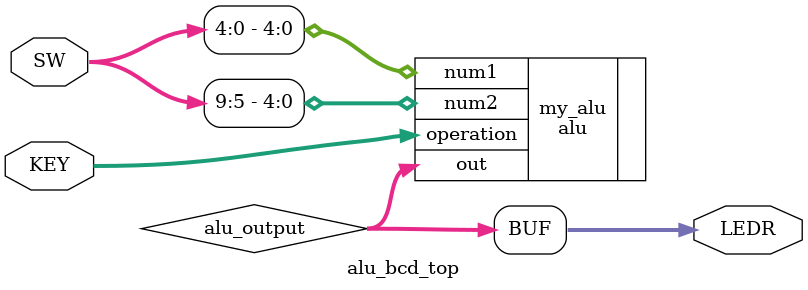
<source format=sv>
module alu_bcd_top(SW, KEY,LEDR);


    input wire [9:0] SW;
    input wire [1:0] KEY;
    output wire [9:0] LEDR;
	 

    wire [10-1:0] alu_output;
   

    alu my_alu(
        .num1(SW[4:0]),
        .num2(SW[9:5]),
        .operation(KEY[1:0]),
        .out(alu_output)
    );

  
	  assign LEDR = alu_output;

endmodule
 
</source>
